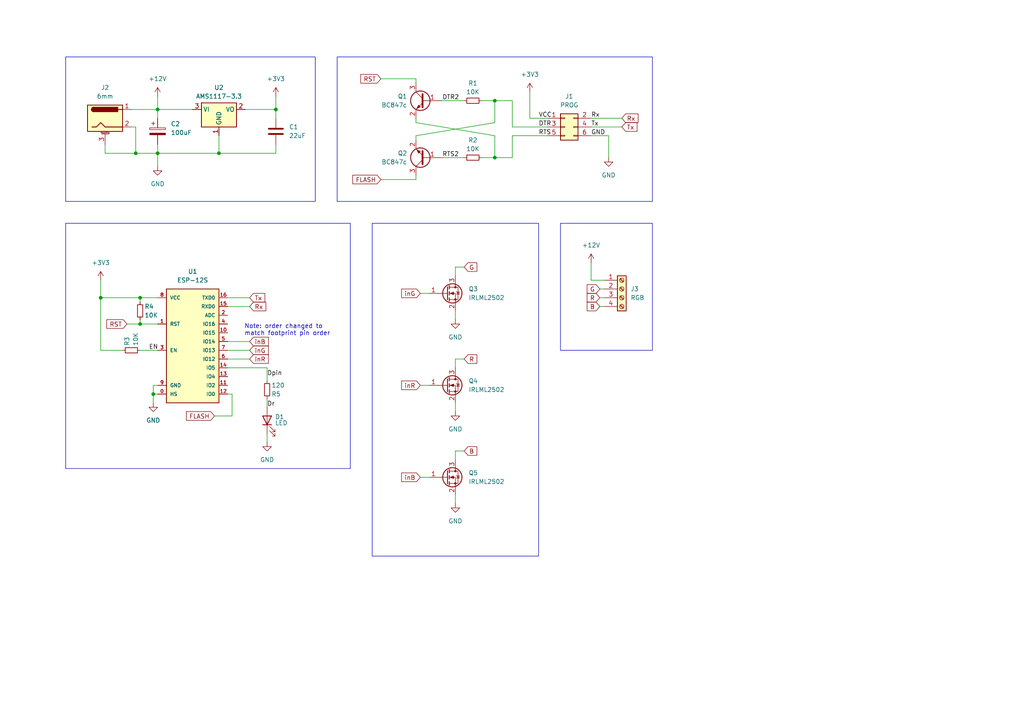
<source format=kicad_sch>
(kicad_sch (version 20231120) (generator "eeschema") (generator_version "8.0")
  (paper "A4")
  (lib_symbols
    (symbol "Connector:Barrel_Jack_MountingPin" (pin_names hide)
      (property "Reference" "J2" (at 0 8.89 0))
      (property "Value" "6mm" (at 0 6.35 0))
      (symbol "Barrel_Jack_MountingPin_0_1"
        (rectangle (start -5.08 3.81) (end 5.08 -3.81) (stroke (width 0.254)) (fill (type background)))
        (arc (start -3.302 3.175) (mid -3.9343 2.54) (end -3.302 1.905) (stroke (width 0.254)))
        (arc (start -3.302 3.175) (mid -3.9343 2.54) (end -3.302 1.905) (stroke (width 0.254)) (fill (type outline)))
        (polyline (pts (xy 5.08 2.54) (xy 3.81 2.54)) (stroke (width 0.254)))
        (polyline (pts (xy -3.81 -2.54) (xy -2.54 -2.54) (xy -1.27 -1.27) (xy 0 -2.54) (xy 2.54 -2.54) (xy 5.08 -2.54)) (stroke (width 0.254)))
        (rectangle (start 3.683 3.175) (end -3.302 1.905) (stroke (width 0.254)) (fill (type outline)))
      )
      (symbol "Barrel_Jack_MountingPin_1_1"
        (polyline (pts (xy -1.016 -4.572) (xy 1.016 -4.572)) (stroke (width 0.1524)))
        (text "Mounting" (at 0 -4.191 0) (effects (font (size 0.381 0.381))))
        (pin passive line (at 7.62 2.54 180) (length 2.54) (name "~") (number "1"))
        (pin passive line (at 7.62 -2.54 180) (length 2.54) (name "~") (number "2"))
        (pin passive line (at 0 -7.62 90) (length 3.048) (name "MountPin") (number "3"))
      )
    )
    (symbol "Connector:Screw_Terminal_01x04" (pin_names (offset 1.016) hide)
      (property "Reference" "J" (at 0 5.08 0))
      (property "Value" "Screw_Terminal_01x04" (at 0 -7.62 0))
      (symbol "Screw_Terminal_01x04_1_1"
        (rectangle (start -1.27 3.81) (end 1.27 -6.35) (stroke (width 0.254)) (fill (type background)))
        (circle (center 0 -5.08) (radius 0.635) (stroke (width 0.1524)))
        (circle (center 0 -2.54) (radius 0.635) (stroke (width 0.1524)))
        (polyline (pts (xy -0.5334 -4.7498) (xy 0.3302 -5.588)) (stroke (width 0.1524)))
        (polyline (pts (xy -0.5334 -2.2098) (xy 0.3302 -3.048)) (stroke (width 0.1524)))
        (polyline (pts (xy -0.5334 0.3302) (xy 0.3302 -0.508)) (stroke (width 0.1524)))
        (polyline (pts (xy -0.5334 2.8702) (xy 0.3302 2.032)) (stroke (width 0.1524)))
        (polyline (pts (xy -0.3556 -4.572) (xy 0.508 -5.4102)) (stroke (width 0.1524)))
        (polyline (pts (xy -0.3556 -2.032) (xy 0.508 -2.8702)) (stroke (width 0.1524)))
        (polyline (pts (xy -0.3556 0.508) (xy 0.508 -0.3302)) (stroke (width 0.1524)))
        (polyline (pts (xy -0.3556 3.048) (xy 0.508 2.2098)) (stroke (width 0.1524)))
        (circle (center 0 0) (radius 0.635) (stroke (width 0.1524)))
        (circle (center 0 2.54) (radius 0.635) (stroke (width 0.1524)))
        (pin passive line (at -5.08 2.54 0) (length 3.81) (name "Pin_1") (number "1"))
        (pin passive line (at -5.08 0 0) (length 3.81) (name "Pin_2") (number "2"))
        (pin passive line (at -5.08 -2.54 0) (length 3.81) (name "Pin_3") (number "3"))
        (pin passive line (at -5.08 -5.08 0) (length 3.81) (name "Pin_4") (number "4"))
      )
    )
    (symbol "Connector_Generic:Conn_02x03_Odd_Even" (pin_names (offset 1.016) hide)
      (property "Reference" "J" (at 1.27 5.08 0))
      (property "Value" "Conn_02x03_Odd_Even" (at 1.27 -5.08 0))
      (symbol "Conn_02x03_Odd_Even_1_1"
        (rectangle (start -1.27 -2.413) (end 0 -2.667) (stroke (width 0.1524)))
        (rectangle (start -1.27 0.127) (end 0 -0.127) (stroke (width 0.1524)))
        (rectangle (start -1.27 2.667) (end 0 2.413) (stroke (width 0.1524)))
        (rectangle (start -1.27 3.81) (end 3.81 -3.81) (stroke (width 0.254)) (fill (type background)))
        (rectangle (start 3.81 -2.413) (end 2.54 -2.667) (stroke (width 0.1524)))
        (rectangle (start 3.81 0.127) (end 2.54 -0.127) (stroke (width 0.1524)))
        (rectangle (start 3.81 2.667) (end 2.54 2.413) (stroke (width 0.1524)))
        (pin passive line (at -5.08 2.54 0) (length 3.81) (name "Pin_1") (number "1"))
        (pin passive line (at 7.62 2.54 180) (length 3.81) (name "Pin_2") (number "2"))
        (pin passive line (at -5.08 0 0) (length 3.81) (name "Pin_3") (number "3"))
        (pin passive line (at 7.62 0 180) (length 3.81) (name "Pin_4") (number "4"))
        (pin passive line (at -5.08 -2.54 0) (length 3.81) (name "Pin_5") (number "5"))
        (pin passive line (at 7.62 -2.54 180) (length 3.81) (name "Pin_6") (number "6"))
      )
    )
    (symbol "Device:C" (pin_numbers hide) (pin_names (offset 0.254))
      (property "Reference" "C" (at 0.635 2.54 0))
      (property "Value" "C" (at 0.635 -2.54 0))
      (symbol "C_0_1"
        (polyline (pts (xy -2.032 -0.762) (xy 2.032 -0.762)) (stroke (width 0.508)))
        (polyline (pts (xy -2.032 0.762) (xy 2.032 0.762)) (stroke (width 0.508)))
      )
      (symbol "C_1_1"
        (pin passive line (at 0 3.81 270) (length 2.794) (name "~") (number "1"))
        (pin passive line (at 0 -3.81 90) (length 2.794) (name "~") (number "2"))
      )
    )
    (symbol "Device:C_Polarized" (pin_numbers hide) (pin_names (offset 0.254))
      (property "Reference" "C" (at 0.635 2.54 0))
      (property "Value" "C_Polarized" (at 0.635 -2.54 0))
      (symbol "C_Polarized_0_1"
        (rectangle (start -2.286 0.508) (end 2.286 1.016))
        (polyline (pts (xy -1.778 2.286) (xy -0.762 2.286)))
        (polyline (pts (xy -1.27 2.794) (xy -1.27 1.778)))
        (rectangle (start 2.286 -0.508) (end -2.286 -1.016) (fill (type outline)))
      )
      (symbol "C_Polarized_1_1"
        (pin passive line (at 0 3.81 270) (length 2.794) (name "~") (number "1"))
        (pin passive line (at 0 -3.81 90) (length 2.794) (name "~") (number "2"))
      )
    )
    (symbol "Device:LED" (pin_numbers hide) (pin_names (offset 1.016) hide)
      (property "Reference" "D" (at 0 2.54 0))
      (property "Value" "LED" (at 0 -2.54 0))
      (symbol "LED_0_1"
        (polyline (pts (xy -1.27 -1.27) (xy -1.27 1.27)) (stroke (width 0.254)))
        (polyline (pts (xy -1.27 0) (xy 1.27 0)))
        (polyline (pts (xy 1.27 -1.27) (xy 1.27 1.27) (xy -1.27 0) (xy 1.27 -1.27)) (stroke (width 0.254)))
        (polyline (pts (xy -3.048 -0.762) (xy -4.572 -2.286) (xy -3.81 -2.286) (xy -4.572 -2.286) (xy -4.572 -1.524)))
        (polyline (pts (xy -1.778 -0.762) (xy -3.302 -2.286) (xy -2.54 -2.286) (xy -3.302 -2.286) (xy -3.302 -1.524)))
      )
      (symbol "LED_1_1"
        (pin passive line (at -3.81 0 0) (length 2.54) (name "K") (number "1"))
        (pin passive line (at 3.81 0 180) (length 2.54) (name "A") (number "2"))
      )
    )
    (symbol "Device:R_Small" (pin_numbers hide) (pin_names (offset 0.254) hide)
      (property "Reference" "R" (at 0.762 0.508 0))
      (property "Value" "R_Small" (at 0.762 -1.016 0))
      (symbol "R_Small_0_1"
        (rectangle (start -0.762 1.778) (end 0.762 -1.778) (stroke (width 0.2032)))
      )
      (symbol "R_Small_1_1"
        (pin passive line (at 0 2.54 270) (length 0.762) (name "~") (number "1"))
        (pin passive line (at 0 -2.54 90) (length 0.762) (name "~") (number "2"))
      )
    )
    (symbol "ESP-12S:ESP-12S" (pin_names (offset 1.016))
      (property "Reference" "U1" (at 0 22.86 0))
      (property "Value" "ESP-12S" (at 0 20.32 0))
      (symbol "ESP-12S_0_0"
        (rectangle (start -7.62 17.78) (end 7.62 -15.24) (stroke (width 0.254)) (fill (type background)))
        (pin bidirectional line (at -10.16 7.62 0) (length 2.54) (name "RST") (number "1"))
        (pin bidirectional line (at 10.16 5.08 180) (length 2.54) (name "IO15") (number "10"))
        (pin bidirectional line (at 10.16 -10.16 180) (length 2.54) (name "IO2") (number "11"))
        (pin bidirectional line (at 10.16 -12.7 180) (length 2.54) (name "IO0") (number "12"))
        (pin bidirectional line (at 10.16 -7.62 180) (length 2.54) (name "IO4") (number "13"))
        (pin bidirectional line (at 10.16 -5.08 180) (length 2.54) (name "IO5") (number "14"))
        (pin bidirectional line (at 10.16 12.7 180) (length 2.54) (name "RXD0") (number "15"))
        (pin bidirectional line (at 10.16 15.24 180) (length 2.54) (name "TXD0") (number "16"))
        (pin bidirectional line (at 10.16 10.16 180) (length 2.54) (name "ADC") (number "2"))
        (pin bidirectional line (at -10.16 0 0) (length 2.54) (name "EN") (number "3"))
        (pin bidirectional line (at 10.16 7.62 180) (length 2.54) (name "IO16") (number "4"))
        (pin bidirectional line (at 10.16 2.54 180) (length 2.54) (name "IO14") (number "5"))
        (pin bidirectional line (at 10.16 -2.54 180) (length 2.54) (name "IO12") (number "6"))
        (pin bidirectional line (at 10.16 0 180) (length 2.54) (name "IO13") (number "7"))
        (pin bidirectional line (at -10.16 15.24 0) (length 2.54) (name "VCC") (number "8"))
        (pin bidirectional line (at -10.16 -10.16 0) (length 2.54) (name "GND") (number "9"))
      )
      (symbol "ESP-12S_1_0"
        (pin bidirectional line (at -10.16 -12.7 0) (length 2.54) (name "HS") (number "0"))
      )
    )
    (symbol "Regulator_Linear:AMS1117-3.3"
      (property "Reference" "U" (at -3.81 3.175 0))
      (property "Value" "AMS1117-3.3" (at 0 3.175 0))
      (symbol "AMS1117-3.3_0_1"
        (rectangle (start -5.08 -5.08) (end 5.08 1.905) (stroke (width 0.254)) (fill (type background)))
      )
      (symbol "AMS1117-3.3_1_1"
        (pin power_in line (at 0 -7.62 90) (length 2.54) (name "GND") (number "1"))
        (pin power_out line (at 7.62 0 180) (length 2.54) (name "VO") (number "2"))
        (pin power_in line (at -7.62 0 0) (length 2.54) (name "VI") (number "3"))
      )
    )
    (symbol "Transistor_BJT:BC847" (pin_names (offset 0) hide)
      (property "Reference" "Q" (at 5.08 1.905 0))
      (property "Value" "BC847" (at 5.08 0 0))
      (symbol "BC847_0_1"
        (polyline (pts (xy 0.635 0.635) (xy 2.54 2.54)))
        (polyline (pts (xy 0.635 -0.635) (xy 2.54 -2.54) (xy 2.54 -2.54)))
        (polyline (pts (xy 0.635 1.905) (xy 0.635 -1.905) (xy 0.635 -1.905)) (stroke (width 0.508)))
        (polyline (pts (xy 1.27 -1.778) (xy 1.778 -1.27) (xy 2.286 -2.286) (xy 1.27 -1.778) (xy 1.27 -1.778)) (fill (type outline)))
        (circle (center 1.27 0) (radius 2.8194) (stroke (width 0.254)))
      )
      (symbol "BC847_1_1"
        (pin input line (at -5.08 0 0) (length 5.715) (name "B") (number "1"))
        (pin passive line (at 2.54 -5.08 90) (length 2.54) (name "E") (number "2"))
        (pin passive line (at 2.54 5.08 270) (length 2.54) (name "C") (number "3"))
      )
    )
    (symbol "Transistor_FET:IRLML6244" (pin_names hide)
      (property "Reference" "Q" (at 5.08 1.905 0))
      (property "Value" "IRLML6244" (at 5.08 0 0))
      (symbol "IRLML6244_0_1"
        (polyline (pts (xy 0.254 0) (xy -2.54 0)))
        (polyline (pts (xy 0.254 1.905) (xy 0.254 -1.905)) (stroke (width 0.254)))
        (polyline (pts (xy 0.762 -1.27) (xy 0.762 -2.286)) (stroke (width 0.254)))
        (polyline (pts (xy 0.762 0.508) (xy 0.762 -0.508)) (stroke (width 0.254)))
        (polyline (pts (xy 0.762 2.286) (xy 0.762 1.27)) (stroke (width 0.254)))
        (polyline (pts (xy 2.54 2.54) (xy 2.54 1.778)))
        (polyline (pts (xy 2.54 -2.54) (xy 2.54 0) (xy 0.762 0)))
        (polyline (pts (xy 0.762 -1.778) (xy 3.302 -1.778) (xy 3.302 1.778) (xy 0.762 1.778)))
        (polyline (pts (xy 1.016 0) (xy 2.032 0.381) (xy 2.032 -0.381) (xy 1.016 0)) (fill (type outline)))
        (polyline (pts (xy 2.794 0.508) (xy 2.921 0.381) (xy 3.683 0.381) (xy 3.81 0.254)))
        (polyline (pts (xy 3.302 0.381) (xy 2.921 -0.254) (xy 3.683 -0.254) (xy 3.302 0.381)))
        (circle (center 1.651 0) (radius 2.794) (stroke (width 0.254)))
        (circle (center 2.54 -1.778) (radius 0.254) (fill (type outline)))
        (circle (center 2.54 1.778) (radius 0.254) (fill (type outline)))
      )
      (symbol "IRLML6244_1_1"
        (pin input line (at -5.08 0 0) (length 2.54) (name "G") (number "1"))
        (pin passive line (at 2.54 -5.08 90) (length 2.54) (name "S") (number "2"))
        (pin passive line (at 2.54 5.08 270) (length 2.54) (name "D") (number "3"))
      )
    )
    (symbol "power:+12V" (power) (pin_numbers hide) (pin_names (offset 0) hide)
      (property "Value" "+12V" (at 0 3.556 0))
      (symbol "+12V_0_1"
        (polyline (pts (xy -0.762 1.27) (xy 0 2.54)))
        (polyline (pts (xy 0 0) (xy 0 2.54)))
        (polyline (pts (xy 0 2.54) (xy 0.762 1.27)))
      )
      (symbol "+12V_1_1"
        (pin power_in line (at 0 0 90) (length 0) (name "~") (number "1"))
      )
    )
    (symbol "power:+3V3" (power) (pin_numbers hide) (pin_names (offset 0) hide)
      (property "Value" "+3V3" (at 0 3.556 0))
      (symbol "+3V3_0_1"
        (polyline (pts (xy -0.762 1.27) (xy 0 2.54)))
        (polyline (pts (xy 0 0) (xy 0 2.54)))
        (polyline (pts (xy 0 2.54) (xy 0.762 1.27)))
      )
      (symbol "+3V3_1_1"
        (pin power_in line (at 0 0 90) (length 0) (name "~") (number "1"))
      )
    )
    (symbol "power:GND" (power) (pin_names (offset 0))
      (property "Value" "GND" (at 0 -3.81 0))
      (symbol "GND_0_1"
        (polyline (pts (xy 0 0) (xy 0 -1.27) (xy 1.27 -1.27) (xy 0 -2.54) (xy -1.27 -1.27) (xy 0 -1.27)))
      )
      (symbol "GND_1_1"
        (pin power_in line (at 0 0 270) (length 0) hide (name "GND") (number "1"))
      )
    )
  )
  (junction (at 80.01 31.75))
  (junction (at 44.45 114.3))
  (junction (at 143.51 29.21))
  (junction (at 143.51 45.72))
  (junction (at 29.21 86.36))
  (junction (at 45.72 44.45))
  (junction (at 40.64 93.98))
  (junction (at 63.5 44.45))
  (junction (at 40.64 86.36))
  (junction (at 45.72 31.75))
  (junction (at 39.37 44.45))
  (wire (pts (xy 29.21 86.36) (xy 29.21 101.6)))
  (wire (pts (xy 80.01 41.91) (xy 80.01 44.45)))
  (wire (pts (xy 40.64 86.36) (xy 40.64 87.63)))
  (wire (pts (xy 110.49 52.07) (xy 120.65 52.07)))
  (wire (pts (xy 80.01 27.94) (xy 80.01 31.75)))
  (wire (pts (xy 44.45 114.3) (xy 44.45 116.84)))
  (wire (pts (xy 66.04 86.36) (xy 72.39 86.36)))
  (wire (pts (xy 143.51 39.37) (xy 143.51 45.72)))
  (wire (pts (xy 171.45 39.37) (xy 176.53 39.37)))
  (wire (pts (xy 132.08 104.14) (xy 134.62 104.14)))
  (wire (pts (xy 120.65 24.13) (xy 120.65 22.86)))
  (wire (pts (xy 132.08 106.68) (xy 132.08 104.14)))
  (wire (pts (xy 139.7 45.72) (xy 143.51 45.72)))
  (wire (pts (xy 171.45 34.29) (xy 180.34 34.29)))
  (wire (pts (xy 132.08 77.47) (xy 134.62 77.47)))
  (wire (pts (xy 128.27 29.21) (xy 134.62 29.21)))
  (wire (pts (xy 45.72 41.91) (xy 45.72 44.45)))
  (wire (pts (xy 132.08 90.17) (xy 132.08 92.71)))
  (wire (pts (xy 66.04 88.9) (xy 72.39 88.9)))
  (wire (pts (xy 120.65 22.86) (xy 110.49 22.86)))
  (wire (pts (xy 153.67 26.67) (xy 153.67 34.29)))
  (wire (pts (xy 40.64 86.36) (xy 45.72 86.36)))
  (wire (pts (xy 132.08 130.81) (xy 134.62 130.81)))
  (wire (pts (xy 132.08 80.01) (xy 132.08 77.47)))
  (wire (pts (xy 66.04 101.6) (xy 72.39 101.6)))
  (wire (pts (xy 29.21 86.36) (xy 40.64 86.36)))
  (wire (pts (xy 62.23 120.65) (xy 67.31 120.65)))
  (wire (pts (xy 36.83 93.98) (xy 40.64 93.98)))
  (wire (pts (xy 71.12 31.75) (xy 80.01 31.75)))
  (wire (pts (xy 39.37 36.83) (xy 39.37 44.45)))
  (wire (pts (xy 45.72 31.75) (xy 45.72 34.29)))
  (wire (pts (xy 29.21 81.28) (xy 29.21 86.36)))
  (wire (pts (xy 121.92 85.09) (xy 124.46 85.09)))
  (wire (pts (xy 132.08 143.51) (xy 132.08 146.05)))
  (wire (pts (xy 120.65 39.37) (xy 120.65 40.64)))
  (wire (pts (xy 143.51 35.56) (xy 143.51 29.21)))
  (wire (pts (xy 143.51 45.72) (xy 148.59 45.72)))
  (wire (pts (xy 171.45 81.28) (xy 175.26 81.28)))
  (wire (pts (xy 77.47 106.68) (xy 77.47 110.49)))
  (wire (pts (xy 80.01 31.75) (xy 80.01 34.29)))
  (wire (pts (xy 66.04 104.14) (xy 72.39 104.14)))
  (wire (pts (xy 132.08 116.84) (xy 132.08 119.38)))
  (wire (pts (xy 173.99 83.82) (xy 175.26 83.82)))
  (wire (pts (xy 40.64 92.71) (xy 40.64 93.98)))
  (wire (pts (xy 67.31 114.3) (xy 66.04 114.3)))
  (wire (pts (xy 63.5 39.37) (xy 63.5 44.45)))
  (wire (pts (xy 139.7 29.21) (xy 143.51 29.21)))
  (wire (pts (xy 45.72 44.45) (xy 39.37 44.45)))
  (wire (pts (xy 44.45 114.3) (xy 45.72 114.3)))
  (wire (pts (xy 66.04 99.06) (xy 72.39 99.06)))
  (wire (pts (xy 120.65 39.37) (xy 143.51 35.56)))
  (wire (pts (xy 77.47 115.57) (xy 77.47 118.11)))
  (wire (pts (xy 30.48 44.45) (xy 30.48 41.91)))
  (wire (pts (xy 67.31 114.3) (xy 67.31 120.65)))
  (wire (pts (xy 121.92 138.43) (xy 124.46 138.43)))
  (wire (pts (xy 132.08 133.35) (xy 132.08 130.81)))
  (wire (pts (xy 63.5 44.45) (xy 80.01 44.45)))
  (wire (pts (xy 45.72 31.75) (xy 55.88 31.75)))
  (wire (pts (xy 45.72 44.45) (xy 63.5 44.45)))
  (wire (pts (xy 39.37 36.83) (xy 38.1 36.83)))
  (wire (pts (xy 153.67 34.29) (xy 158.75 34.29)))
  (wire (pts (xy 148.59 36.83) (xy 158.75 36.83)))
  (wire (pts (xy 44.45 111.76) (xy 44.45 114.3)))
  (wire (pts (xy 120.65 35.56) (xy 143.51 39.37)))
  (wire (pts (xy 121.92 111.76) (xy 124.46 111.76)))
  (wire (pts (xy 173.99 86.36) (xy 175.26 86.36)))
  (wire (pts (xy 148.59 39.37) (xy 158.75 39.37)))
  (wire (pts (xy 45.72 111.76) (xy 44.45 111.76)))
  (wire (pts (xy 173.99 88.9) (xy 175.26 88.9)))
  (wire (pts (xy 120.65 50.8) (xy 120.65 52.07)))
  (wire (pts (xy 128.27 45.72) (xy 134.62 45.72)))
  (wire (pts (xy 176.53 39.37) (xy 176.53 45.72)))
  (wire (pts (xy 66.04 106.68) (xy 77.47 106.68)))
  (wire (pts (xy 40.64 101.6) (xy 45.72 101.6)))
  (wire (pts (xy 45.72 44.45) (xy 45.72 48.26)))
  (wire (pts (xy 40.64 93.98) (xy 45.72 93.98)))
  (wire (pts (xy 148.59 36.83) (xy 148.59 29.21)))
  (wire (pts (xy 29.21 101.6) (xy 35.56 101.6)))
  (wire (pts (xy 143.51 29.21) (xy 148.59 29.21)))
  (wire (pts (xy 77.47 125.73) (xy 77.47 128.27)))
  (wire (pts (xy 148.59 45.72) (xy 148.59 39.37)))
  (wire (pts (xy 171.45 76.2) (xy 171.45 81.28)))
  (wire (pts (xy 39.37 44.45) (xy 30.48 44.45)))
  (wire (pts (xy 120.65 34.29) (xy 120.65 35.56)))
  (wire (pts (xy 171.45 36.83) (xy 180.34 36.83)))
  (wire (pts (xy 45.72 31.75) (xy 45.72 27.94)))
  (wire (pts (xy 38.1 31.75) (xy 45.72 31.75)))
  (rectangle (start 107.95 64.77) (end 156.21 161.29))
  (rectangle (start 19.05 16.51) (end 91.44 58.42))
  (rectangle (start 162.56 64.77) (end 189.23 101.6))
  (rectangle (start 19.05 64.77) (end 101.6 135.89))
  (rectangle (start 97.79 16.51) (end 189.23 58.42))
  (text "Note: order changed to\nmatch footprint pin order " (at 70.866 95.758 0) (effects (font (size 1.27 1.27)) (justify left)))
  (label "DTR2" (at 128.27 29.21 0))
  (label "RTS2" (at 128.27 45.72 0))
  (label "DTR" (at 156.21 36.83 0))
  (label "Dpin" (at 77.47 109.22 0))
  (label "Tx" (at 171.45 36.83 0))
  (label "VCC" (at 156.21 34.29 0))
  (label "Dr" (at 77.47 118.11 0))
  (label "RTS" (at 156.21 39.37 0))
  (label "EN" (at 43.18 101.6 0))
  (label "Rx" (at 171.45 34.29 0))
  (label "GND" (at 171.45 39.37 0))
  (global_label "inG" (shape input) (at 72.39 101.6 0) (property "Intersheetrefs" "${INTERSHEET_REFS}" (effects (hide yes))))
  (global_label "R" (shape input) (at 173.99 86.36 180) (property "Intersheetrefs" "${INTERSHEET_REFS}" (effects (hide yes))))
  (global_label "B" (shape input) (at 173.99 88.9 180) (property "Intersheetrefs" "${INTERSHEET_REFS}" (effects (hide yes))))
  (global_label "FLASH" (shape input) (at 62.23 120.65 180) (property "Intersheetrefs" "${INTERSHEET_REFS}" (effects (hide yes))))
  (global_label "inR" (shape input) (at 72.39 104.14 0) (property "Intersheetrefs" "${INTERSHEET_REFS}" (effects (hide yes))))
  (global_label "Rx" (shape input) (at 72.39 88.9 0) (property "Intersheetrefs" "${INTERSHEET_REFS}" (effects (hide yes))))
  (global_label "inG" (shape input) (at 121.92 85.09 180) (property "Intersheetrefs" "${INTERSHEET_REFS}" (effects (hide yes))))
  (global_label "FLASH" (shape input) (at 110.49 52.07 180) (property "Intersheetrefs" "${INTERSHEET_REFS}" (effects (hide yes))))
  (global_label "inB" (shape input) (at 72.39 99.06 0) (property "Intersheetrefs" "${INTERSHEET_REFS}" (effects (hide yes))))
  (global_label "R" (shape input) (at 134.62 104.14 0) (property "Intersheetrefs" "${INTERSHEET_REFS}" (effects (hide yes))))
  (global_label "inR" (shape input) (at 121.92 111.76 180) (property "Intersheetrefs" "${INTERSHEET_REFS}" (effects (hide yes))))
  (global_label "Tx" (shape input) (at 180.34 36.83 0) (property "Intersheetrefs" "${INTERSHEET_REFS}" (effects (hide yes))))
  (global_label "B" (shape input) (at 134.62 130.81 0) (property "Intersheetrefs" "${INTERSHEET_REFS}" (effects (hide yes))))
  (global_label "Tx" (shape input) (at 72.39 86.36 0) (property "Intersheetrefs" "${INTERSHEET_REFS}" (effects (hide yes))))
  (global_label "Rx" (shape input) (at 180.34 34.29 0) (property "Intersheetrefs" "${INTERSHEET_REFS}" (effects (hide yes))))
  (global_label "RST" (shape input) (at 36.83 93.98 180) (property "Intersheetrefs" "${INTERSHEET_REFS}" (effects (hide yes))))
  (global_label "G" (shape input) (at 134.62 77.47 0) (property "Intersheetrefs" "${INTERSHEET_REFS}" (effects (hide yes))))
  (global_label "RST" (shape input) (at 110.49 22.86 180) (property "Intersheetrefs" "${INTERSHEET_REFS}" (effects (hide yes))))
  (global_label "G" (shape input) (at 173.99 83.82 180) (property "Intersheetrefs" "${INTERSHEET_REFS}" (effects (hide yes))))
  (global_label "inB" (shape input) (at 121.92 138.43 180) (property "Intersheetrefs" "${INTERSHEET_REFS}" (effects (hide yes))))
  (symbol (lib_id "Device:C_Polarized") (at 45.72 38.1 0) (unit 1)
    (property "Reference" "C2" (at 49.53 35.9409 0) (effects (justify left)))
    (property "Value" "100uF" (at 49.53 38.4809 0) (effects (justify left)))
    (property "Footprint" "Capacitor_THT:CP_Radial_D6.3mm_P2.50mm" (effects (hide yes)))
    (property "Description" "Polarized capacitor" (effects (hide yes)))
  )
  (symbol (lib_id "Device:R_Small") (at 40.64 90.17 180) (unit 1)
    (property "Reference" "R4" (at 41.91 88.9 0) (effects (justify right)))
    (property "Value" "10K" (at 41.91 91.44 0) (effects (justify right)))
    (property "Footprint" "Resistor_SMD:R_0603_1608Metric_Pad0.98x0.95mm_HandSolder" (effects (hide yes)))
  )
  (symbol (lib_id "power:GND") (at 132.08 146.05 0) (unit 1)
    (property "Reference" "#PWR010" (effects (hide yes)))
    (property "Value" "GND" (at 132.08 151.13 0))
  )
  (symbol (lib_id "Device:C") (at 80.01 38.1 0) (unit 1)
    (property "Reference" "C1" (at 83.82 36.8299 0) (effects (justify left)))
    (property "Value" "22uF" (at 83.82 39.3699 0) (effects (justify left)))
    (property "Footprint" "Capacitor_SMD:C_0805_2012Metric_Pad1.18x1.45mm_HandSolder" (effects (hide yes)))
    (property "Description" "Unpolarized capacitor" (effects (hide yes)))
  )
  (symbol (lib_id "Connector:Barrel_Jack_MountingPin") (at 30.48 34.29 0) (unit 1)
    (property "Reference" "J2" (at 30.48 25.4 0))
    (property "Value" "6mm" (at 30.48 27.94 0))
    (property "Footprint" "lib_MyARK:BarrelJack" (effects (hide yes)))
    (property "Description" "DC Barrel Jack with a mounting pin" (effects (hide yes)))
  )
  (symbol (lib_id "power:+3V3") (at 29.21 81.28 0) (unit 1)
    (property "Reference" "#PWR013" (effects (hide yes)))
    (property "Value" "+3V3" (at 29.21 76.2 0))
    (property "Description" "Power symbol creates a global label with name \"+3V3\"" (effects (hide yes)))
  )
  (symbol (lib_id "Device:R_Small") (at 137.16 29.21 90) (unit 1)
    (property "Reference" "R1" (at 137.16 24.13 90))
    (property "Value" "10K" (at 137.16 26.67 90))
    (property "Footprint" "Resistor_SMD:R_0603_1608Metric_Pad0.98x0.95mm_HandSolder" (effects (hide yes)))
  )
  (symbol (lib_id "Transistor_FET:IRLML6244") (at 129.54 85.09 0) (unit 1)
    (property "Reference" "Q3" (at 135.89 83.8199 0) (effects (justify left)))
    (property "Value" "IRLML2502" (at 135.89 86.3599 0) (effects (justify left)))
    (property "Footprint" "Package_TO_SOT_SMD:SOT-23_Handsoldering" (effects (hide yes)))
  )
  (symbol (lib_id "power:+12V") (at 171.45 76.2 0) (unit 1)
    (property "Reference" "#PWR09" (effects (hide yes)))
    (property "Value" "+12V" (at 171.45 71.12 0))
    (property "Description" "Power symbol creates a global label with name \"+12V\"" (effects (hide yes)))
  )
  (symbol (lib_id "power:GND") (at 44.45 116.84 0) (unit 1)
    (property "Reference" "#PWR05" (effects (hide yes)))
    (property "Value" "GND" (at 44.45 121.92 0))
  )
  (symbol (lib_id "Regulator_Linear:AMS1117-3.3") (at 63.5 31.75 0) (unit 1)
    (property "Reference" "U2" (at 63.5 25.4 0))
    (property "Value" "AMS1117-3.3" (at 63.5 27.94 0))
    (property "Footprint" "Package_TO_SOT_SMD:SOT-223-3_TabPin2" (effects (hide yes)))
    (property "Datasheet" "http://www.advanced-monolithic.com/pdf/ds1117.pdf" (effects (hide yes)))
    (property "Description" "1A Low Dropout regulator, positive, 3.3V fixed output, SOT-223" (effects (hide yes)))
  )
  (symbol (lib_id "power:+3V3") (at 153.67 26.67 0) (unit 1)
    (property "Reference" "#PWR07" (effects (hide yes)))
    (property "Value" "+3V3" (at 153.67 21.59 0))
    (property "Description" "Power symbol creates a global label with name \"+3V3\"" (effects (hide yes)))
  )
  (symbol (lib_id "Device:LED") (at 77.47 121.92 90) (unit 1)
    (property "Reference" "D1" (at 79.756 120.904 90) (effects (justify right)))
    (property "Value" "LED" (at 79.756 122.682 90) (effects (justify right)))
    (property "Footprint" "LED_THT:LED_D3.0mm" (effects (hide yes)))
    (property "Description" "Light emitting diode" (effects (hide yes)))
  )
  (symbol (lib_id "power:GND") (at 45.72 48.26 0) (unit 1)
    (property "Reference" "#PWR02" (effects (hide yes)))
    (property "Value" "GND" (at 45.72 53.34 0))
  )
  (symbol (lib_id "Transistor_BJT:BC847") (at 123.19 45.72 180) (unit 1)
    (property "Reference" "Q2" (at 118.11 44.4499 0) (effects (justify left)))
    (property "Value" "BC847c" (at 118.11 46.9899 0) (effects (justify left)))
    (property "Footprint" "Package_TO_SOT_SMD:SOT-23_Handsoldering" (effects (hide yes)))
    (property "Datasheet" "http://www.infineon.com/dgdl/Infineon-BC847SERIES_BC848SERIES_BC849SERIES_BC850SERIES-DS-v01_01-en.pdf?fileId=db3a304314dca389011541d4630a1657" (effects (hide yes)))
    (property "Description" "0.1A Ic, 45V Vce, NPN Transistor, SOT-23" (effects (hide yes)))
  )
  (symbol (lib_id "Transistor_FET:IRLML6244") (at 129.54 138.43 0) (unit 1)
    (property "Reference" "Q5" (at 135.89 137.1599 0) (effects (justify left)))
    (property "Value" "IRLML2502" (at 135.89 139.6999 0) (effects (justify left)))
    (property "Footprint" "Package_TO_SOT_SMD:SOT-23_Handsoldering" (effects (hide yes)))
  )
  (symbol (lib_id "power:GND") (at 132.08 119.38 0) (unit 1)
    (property "Reference" "#PWR08" (effects (hide yes)))
    (property "Value" "GND" (at 132.08 124.46 0))
  )
  (symbol (lib_id "power:+12V") (at 45.72 27.94 0) (unit 1)
    (property "Reference" "#PWR06" (effects (hide yes)))
    (property "Value" "+12V" (at 45.72 22.86 0))
    (property "Description" "Power symbol creates a global label with name \"+12V\"" (effects (hide yes)))
  )
  (symbol (lib_id "power:GND") (at 132.08 92.71 0) (unit 1)
    (property "Reference" "#PWR011" (effects (hide yes)))
    (property "Value" "GND" (at 132.08 97.79 0))
  )
  (symbol (lib_id "Device:R_Small") (at 38.1 101.6 270) (mirror x) (unit 1)
    (property "Reference" "R3" (at 36.83 100.33 0) (effects (justify left)))
    (property "Value" "10K" (at 39.37 100.33 0) (effects (justify left)))
    (property "Footprint" "Resistor_SMD:R_0603_1608Metric_Pad0.98x0.95mm_HandSolder" (effects (hide yes)))
  )
  (symbol (lib_id "Connector_Generic:Conn_02x03_Odd_Even") (at 163.83 36.83 0) (unit 1)
    (property "Reference" "J1" (at 165.1 27.94 0))
    (property "Value" "PROG" (at 165.1 30.48 0))
    (property "Footprint" "Connector_PinHeader_2.54mm:PinHeader_2x03_P2.54mm_Vertical" (effects (hide yes)))
  )
  (symbol (lib_id "Transistor_BJT:BC847") (at 123.19 29.21 0) (mirror y) (unit 1)
    (property "Reference" "Q1" (at 118.11 27.9399 0) (effects (justify left)))
    (property "Value" "BC847c" (at 118.11 30.4799 0) (effects (justify left)))
    (property "Footprint" "Package_TO_SOT_SMD:SOT-23_Handsoldering" (effects (hide yes)))
    (property "Datasheet" "http://www.infineon.com/dgdl/Infineon-BC847SERIES_BC848SERIES_BC849SERIES_BC850SERIES-DS-v01_01-en.pdf?fileId=db3a304314dca389011541d4630a1657" (effects (hide yes)))
    (property "Description" "0.1A Ic, 45V Vce, NPN Transistor, SOT-23" (effects (hide yes)))
  )
  (symbol (lib_id "ESP-12S:ESP-12S") (at 55.88 101.6 0) (unit 1)
    (property "Reference" "U1" (at 55.88 78.74 0))
    (property "Value" "ESP-12S" (at 55.88 81.28 0))
    (property "Footprint" "lib_ESP-12S:esp" (effects (hide yes)))
    (property "PROD_ID" "IC-14115" (effects (hide yes)))
  )
  (symbol (lib_id "power:+3V3") (at 80.01 27.94 0) (unit 1)
    (property "Reference" "#PWR01" (effects (hide yes)))
    (property "Value" "+3V3" (at 80.01 22.86 0))
    (property "Description" "Power symbol creates a global label with name \"+3V3\"" (effects (hide yes)))
  )
  (symbol (lib_id "Connector:Screw_Terminal_01x04") (at 180.34 83.82 0) (unit 1)
    (property "Reference" "J3" (at 182.88 83.8199 0) (effects (justify left)))
    (property "Value" "RGB" (at 182.88 86.3599 0) (effects (justify left)))
    (property "Footprint" "lib_MyARK:ARK_ScrewTerminal_5.00mm_4" (effects (hide yes)))
    (property "Description" "Generic screw terminal, single row, 01x04, script generated (kicad-library-utils/schlib/autogen/connector/)" (effects (hide yes)))
  )
  (symbol (lib_id "Transistor_FET:IRLML6244") (at 129.54 111.76 0) (unit 1)
    (property "Reference" "Q4" (at 135.89 110.4899 0) (effects (justify left)))
    (property "Value" "IRLML2502" (at 135.89 113.0299 0) (effects (justify left)))
    (property "Footprint" "Package_TO_SOT_SMD:SOT-23_Handsoldering" (effects (hide yes)))
  )
  (symbol (lib_id "Device:R_Small") (at 137.16 45.72 90) (unit 1)
    (property "Reference" "R2" (at 137.16 40.64 90))
    (property "Value" "10K" (at 137.16 43.18 90))
    (property "Footprint" "Resistor_SMD:R_0603_1608Metric_Pad0.98x0.95mm_HandSolder" (effects (hide yes)))
  )
  (symbol (lib_id "power:GND") (at 77.47 128.27 0) (unit 1)
    (property "Reference" "#PWR04" (effects (hide yes)))
    (property "Value" "GND" (at 77.47 133.35 0))
  )
  (symbol (lib_id "Device:R_Small") (at 77.47 113.03 0) (unit 1)
    (property "Reference" "R5" (at 78.74 114.3 0) (effects (justify left)))
    (property "Value" "120" (at 78.74 111.76 0) (effects (justify left)))
    (property "Footprint" "Resistor_SMD:R_0603_1608Metric_Pad0.98x0.95mm_HandSolder" (effects (hide yes)))
  )
  (symbol (lib_id "power:GND") (at 176.53 45.72 0) (unit 1)
    (property "Reference" "#PWR03" (effects (hide yes)))
    (property "Value" "GND" (at 176.53 50.8 0))
  )
)
</source>
